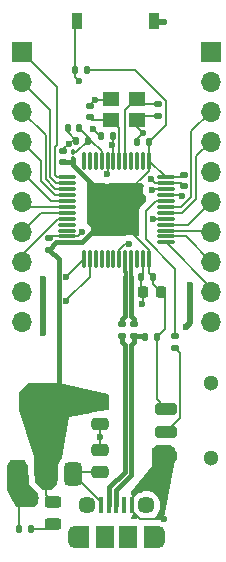
<source format=gbr>
%TF.GenerationSoftware,KiCad,Pcbnew,9.0.0*%
%TF.CreationDate,2025-07-22T08:22:17-07:00*%
%TF.ProjectId,STM 32 devboard,53544d20-3332-4206-9465-76626f617264,rev?*%
%TF.SameCoordinates,Original*%
%TF.FileFunction,Copper,L1,Top*%
%TF.FilePolarity,Positive*%
%FSLAX46Y46*%
G04 Gerber Fmt 4.6, Leading zero omitted, Abs format (unit mm)*
G04 Created by KiCad (PCBNEW 9.0.0) date 2025-07-22 08:22:17*
%MOMM*%
%LPD*%
G01*
G04 APERTURE LIST*
G04 Aperture macros list*
%AMRoundRect*
0 Rectangle with rounded corners*
0 $1 Rounding radius*
0 $2 $3 $4 $5 $6 $7 $8 $9 X,Y pos of 4 corners*
0 Add a 4 corners polygon primitive as box body*
4,1,4,$2,$3,$4,$5,$6,$7,$8,$9,$2,$3,0*
0 Add four circle primitives for the rounded corners*
1,1,$1+$1,$2,$3*
1,1,$1+$1,$4,$5*
1,1,$1+$1,$6,$7*
1,1,$1+$1,$8,$9*
0 Add four rect primitives between the rounded corners*
20,1,$1+$1,$2,$3,$4,$5,0*
20,1,$1+$1,$4,$5,$6,$7,0*
20,1,$1+$1,$6,$7,$8,$9,0*
20,1,$1+$1,$8,$9,$2,$3,0*%
G04 Aperture macros list end*
%TA.AperFunction,SMDPad,CuDef*%
%ADD10R,1.400000X1.200000*%
%TD*%
%TA.AperFunction,SMDPad,CuDef*%
%ADD11RoundRect,0.140000X-0.170000X0.140000X-0.170000X-0.140000X0.170000X-0.140000X0.170000X0.140000X0*%
%TD*%
%TA.AperFunction,SMDPad,CuDef*%
%ADD12RoundRect,0.140000X0.140000X0.170000X-0.140000X0.170000X-0.140000X-0.170000X0.140000X-0.170000X0*%
%TD*%
%TA.AperFunction,SMDPad,CuDef*%
%ADD13RoundRect,0.140000X0.170000X-0.140000X0.170000X0.140000X-0.170000X0.140000X-0.170000X-0.140000X0*%
%TD*%
%TA.AperFunction,SMDPad,CuDef*%
%ADD14RoundRect,0.250000X-0.475000X0.250000X-0.475000X-0.250000X0.475000X-0.250000X0.475000X0.250000X0*%
%TD*%
%TA.AperFunction,SMDPad,CuDef*%
%ADD15RoundRect,0.225000X0.225000X0.250000X-0.225000X0.250000X-0.225000X-0.250000X0.225000X-0.250000X0*%
%TD*%
%TA.AperFunction,ComponentPad*%
%ADD16R,1.700000X1.700000*%
%TD*%
%TA.AperFunction,ComponentPad*%
%ADD17O,1.700000X1.700000*%
%TD*%
%TA.AperFunction,SMDPad,CuDef*%
%ADD18RoundRect,0.075000X-0.075000X0.665000X-0.075000X-0.665000X0.075000X-0.665000X0.075000X0.665000X0*%
%TD*%
%TA.AperFunction,SMDPad,CuDef*%
%ADD19RoundRect,0.075000X-0.665000X0.075000X-0.665000X-0.075000X0.665000X-0.075000X0.665000X0.075000X0*%
%TD*%
%TA.AperFunction,SMDPad,CuDef*%
%ADD20RoundRect,0.150000X0.750000X0.350000X-0.750000X0.350000X-0.750000X-0.350000X0.750000X-0.350000X0*%
%TD*%
%TA.AperFunction,ComponentPad*%
%ADD21C,1.300000*%
%TD*%
%TA.AperFunction,SMDPad,CuDef*%
%ADD22RoundRect,0.243750X0.456250X-0.243750X0.456250X0.243750X-0.456250X0.243750X-0.456250X-0.243750X0*%
%TD*%
%TA.AperFunction,SMDPad,CuDef*%
%ADD23RoundRect,0.250000X0.475000X-0.250000X0.475000X0.250000X-0.475000X0.250000X-0.475000X-0.250000X0*%
%TD*%
%TA.AperFunction,SMDPad,CuDef*%
%ADD24RoundRect,0.135000X-0.185000X0.135000X-0.185000X-0.135000X0.185000X-0.135000X0.185000X0.135000X0*%
%TD*%
%TA.AperFunction,SMDPad,CuDef*%
%ADD25RoundRect,0.135000X0.185000X-0.135000X0.185000X0.135000X-0.185000X0.135000X-0.185000X-0.135000X0*%
%TD*%
%TA.AperFunction,SMDPad,CuDef*%
%ADD26RoundRect,0.135000X0.135000X0.185000X-0.135000X0.185000X-0.135000X-0.185000X0.135000X-0.185000X0*%
%TD*%
%TA.AperFunction,SMDPad,CuDef*%
%ADD27RoundRect,0.100000X-0.100000X0.130000X-0.100000X-0.130000X0.100000X-0.130000X0.100000X0.130000X0*%
%TD*%
%TA.AperFunction,SMDPad,CuDef*%
%ADD28RoundRect,0.135000X-0.135000X-0.185000X0.135000X-0.185000X0.135000X0.185000X-0.135000X0.185000X0*%
%TD*%
%TA.AperFunction,SMDPad,CuDef*%
%ADD29R,0.900000X1.400000*%
%TD*%
%TA.AperFunction,SMDPad,CuDef*%
%ADD30R,0.400000X1.350000*%
%TD*%
%TA.AperFunction,HeatsinkPad*%
%ADD31O,1.200000X1.900000*%
%TD*%
%TA.AperFunction,SMDPad,CuDef*%
%ADD32R,1.200000X1.900000*%
%TD*%
%TA.AperFunction,HeatsinkPad*%
%ADD33C,1.450000*%
%TD*%
%TA.AperFunction,SMDPad,CuDef*%
%ADD34R,1.500000X1.900000*%
%TD*%
%TA.AperFunction,SMDPad,CuDef*%
%ADD35RoundRect,0.375000X0.375000X-0.625000X0.375000X0.625000X-0.375000X0.625000X-0.375000X-0.625000X0*%
%TD*%
%TA.AperFunction,SMDPad,CuDef*%
%ADD36RoundRect,0.500000X1.400000X-0.500000X1.400000X0.500000X-1.400000X0.500000X-1.400000X-0.500000X0*%
%TD*%
%TA.AperFunction,ViaPad*%
%ADD37C,0.600000*%
%TD*%
%TA.AperFunction,Conductor*%
%ADD38C,0.400000*%
%TD*%
%TA.AperFunction,Conductor*%
%ADD39C,0.200000*%
%TD*%
%TA.AperFunction,Conductor*%
%ADD40C,0.500000*%
%TD*%
%TA.AperFunction,Conductor*%
%ADD41C,0.300000*%
%TD*%
G04 APERTURE END LIST*
D10*
%TO.P,Y1,1,1*%
%TO.N,/HSE IN*%
X23750000Y-23456912D03*
%TO.P,Y1,2,2*%
%TO.N,GND*%
X21550000Y-23456912D03*
%TO.P,Y1,3,3*%
%TO.N,/HSE OUT*%
X21550000Y-25156912D03*
%TO.P,Y1,4,4*%
%TO.N,GND*%
X23750000Y-25156912D03*
%TD*%
D11*
%TO.P,C8,1*%
%TO.N,+3.3V*%
X27700000Y-29820000D03*
%TO.P,C8,2*%
%TO.N,GND*%
X27700000Y-30780000D03*
%TD*%
D12*
%TO.P,C12,1*%
%TO.N,+3.3VA*%
X18834142Y-25905871D03*
%TO.P,C12,2*%
%TO.N,GND*%
X17874142Y-25905871D03*
%TD*%
D13*
%TO.P,C9,1*%
%TO.N,+3.3V*%
X16300000Y-36180000D03*
%TO.P,C9,2*%
%TO.N,GND*%
X16300000Y-35220000D03*
%TD*%
D14*
%TO.P,C4,1*%
%TO.N,+3.3V*%
X20600000Y-49050000D03*
%TO.P,C4,2*%
%TO.N,GND*%
X20600000Y-50950000D03*
%TD*%
D12*
%TO.P,C7,1*%
%TO.N,/NRST*%
X21680000Y-26550000D03*
%TO.P,C7,2*%
%TO.N,GND*%
X20720000Y-26550000D03*
%TD*%
D15*
%TO.P,C5,1*%
%TO.N,+3.3V*%
X25775000Y-39762471D03*
%TO.P,C5,2*%
%TO.N,GND*%
X24225000Y-39762471D03*
%TD*%
D16*
%TO.P,J2,1,Pin_1*%
%TO.N,PA3*%
X14000000Y-19420000D03*
D17*
%TO.P,J2,2,Pin_2*%
%TO.N,PA4*%
X14000000Y-21960000D03*
%TO.P,J2,3,Pin_3*%
%TO.N,PA5*%
X14000000Y-24500000D03*
%TO.P,J2,4,Pin_4*%
%TO.N,PA6*%
X14000000Y-27040000D03*
%TO.P,J2,5,Pin_5*%
%TO.N,PA7*%
X14000000Y-29580000D03*
%TO.P,J2,6,Pin_6*%
%TO.N,PB0*%
X14000000Y-32120000D03*
%TO.P,J2,7,Pin_7*%
%TO.N,PB1*%
X14000000Y-34660000D03*
%TO.P,J2,8,Pin_8*%
%TO.N,PB2*%
X14000000Y-37200000D03*
%TO.P,J2,9,Pin_9*%
%TO.N,PB12*%
X14000000Y-39740000D03*
%TO.P,J2,10,Pin_10*%
%TO.N,PB13*%
X14000000Y-42280000D03*
%TD*%
D18*
%TO.P,U2,1,VBAT*%
%TO.N,+3.3V*%
X24750000Y-28646912D03*
%TO.P,U2,2,PC13*%
%TO.N,/PC13*%
X24250000Y-28646912D03*
%TO.P,U2,3,PC14*%
%TO.N,unconnected-(U2-PC14-Pad3)*%
X23750000Y-28646912D03*
%TO.P,U2,4,PC15*%
%TO.N,unconnected-(U2-PC15-Pad4)*%
X23250000Y-28646912D03*
%TO.P,U2,5,PD0*%
%TO.N,/HSE IN*%
X22750000Y-28646912D03*
%TO.P,U2,6,PD1*%
%TO.N,/HSE OUT*%
X22250000Y-28646912D03*
%TO.P,U2,7,NRST*%
%TO.N,/NRST*%
X21750000Y-28646912D03*
%TO.P,U2,8,VSSA*%
%TO.N,GND*%
X21250000Y-28646912D03*
%TO.P,U2,9,VDDA*%
%TO.N,+3.3VA*%
X20750000Y-28646912D03*
%TO.P,U2,10,PA0*%
%TO.N,unconnected-(U2-PA0-Pad10)*%
X20250000Y-28646912D03*
%TO.P,U2,11,PA1*%
%TO.N,unconnected-(U2-PA1-Pad11)*%
X19750000Y-28646912D03*
%TO.P,U2,12,PA2*%
%TO.N,unconnected-(U2-PA2-Pad12)*%
X19250000Y-28646912D03*
D19*
%TO.P,U2,13,PA3*%
%TO.N,PA3*%
X17840000Y-30056912D03*
%TO.P,U2,14,PA4*%
%TO.N,PA4*%
X17840000Y-30556912D03*
%TO.P,U2,15,PA5*%
%TO.N,PA5*%
X17840000Y-31056912D03*
%TO.P,U2,16,PA6*%
%TO.N,PA6*%
X17840000Y-31556912D03*
%TO.P,U2,17,PA7*%
%TO.N,PA7*%
X17840000Y-32056912D03*
%TO.P,U2,18,PB0*%
%TO.N,PB0*%
X17840000Y-32556912D03*
%TO.P,U2,19,PB1*%
%TO.N,PB1*%
X17840000Y-33056912D03*
%TO.P,U2,20,PB2*%
%TO.N,PB2*%
X17840000Y-33556912D03*
%TO.P,U2,21,PB10*%
%TO.N,unconnected-(U2-PB10-Pad21)*%
X17840000Y-34056912D03*
%TO.P,U2,22,PB11*%
%TO.N,unconnected-(U2-PB11-Pad22)*%
X17840000Y-34556912D03*
%TO.P,U2,23,VSS*%
%TO.N,GND*%
X17840000Y-35056912D03*
%TO.P,U2,24,VDD*%
%TO.N,+3.3V*%
X17840000Y-35556912D03*
D18*
%TO.P,U2,25,PB12*%
%TO.N,PB12*%
X19250000Y-36966912D03*
%TO.P,U2,26,PB13*%
%TO.N,PB13*%
X19750000Y-36966912D03*
%TO.P,U2,27,PB14*%
%TO.N,unconnected-(U2-PB14-Pad27)*%
X20250000Y-36966912D03*
%TO.P,U2,28,PB15*%
%TO.N,unconnected-(U2-PB15-Pad28)*%
X20750000Y-36966912D03*
%TO.P,U2,29,PA8*%
%TO.N,unconnected-(U2-PA8-Pad29)*%
X21250000Y-36966912D03*
%TO.P,U2,30,PA9*%
%TO.N,unconnected-(U2-PA9-Pad30)*%
X21750000Y-36966912D03*
%TO.P,U2,31,PA10*%
%TO.N,PA10*%
X22250000Y-36966912D03*
%TO.P,U2,32,PA11*%
%TO.N,/STM_USB_D-*%
X22750000Y-36966912D03*
%TO.P,U2,33,PA12*%
%TO.N,/STM_USB_D+*%
X23250000Y-36966912D03*
%TO.P,U2,34,PA13*%
%TO.N,unconnected-(U2-PA13-Pad34)*%
X23750000Y-36966912D03*
%TO.P,U2,35,VSS*%
%TO.N,GND*%
X24250000Y-36966912D03*
%TO.P,U2,36,VDD*%
%TO.N,+3.3V*%
X24750000Y-36966912D03*
D19*
%TO.P,U2,37,PA14*%
%TO.N,PA14*%
X26160000Y-35556912D03*
%TO.P,U2,38,PA15*%
%TO.N,PA15*%
X26160000Y-35056912D03*
%TO.P,U2,39,PB3*%
%TO.N,PB3*%
X26160000Y-34556912D03*
%TO.P,U2,40,PB4*%
%TO.N,PB4*%
X26160000Y-34056912D03*
%TO.P,U2,41,PB5*%
%TO.N,PB5*%
X26160000Y-33556912D03*
%TO.P,U2,42,PB6*%
%TO.N,PB6*%
X26160000Y-33056912D03*
%TO.P,U2,43,PB7*%
%TO.N,PB7*%
X26160000Y-32556912D03*
%TO.P,U2,44,BOOT0*%
%TO.N,Net-(U2-BOOT0)*%
X26160000Y-32056912D03*
%TO.P,U2,45,PB8*%
%TO.N,PB8*%
X26160000Y-31556912D03*
%TO.P,U2,46,PB9*%
%TO.N,PB9*%
X26160000Y-31056912D03*
%TO.P,U2,47,VSS*%
%TO.N,GND*%
X26160000Y-30556912D03*
%TO.P,U2,48,VDD*%
%TO.N,+3.3V*%
X26160000Y-30056912D03*
%TD*%
D16*
%TO.P,J1,1,Pin_1*%
%TO.N,PB9*%
X30000000Y-19400000D03*
D17*
%TO.P,J1,2,Pin_2*%
%TO.N,PB8*%
X30000000Y-21940000D03*
%TO.P,J1,3,Pin_3*%
%TO.N,PB7*%
X30000000Y-24480000D03*
%TO.P,J1,4,Pin_4*%
%TO.N,PB6*%
X30000000Y-27020000D03*
%TO.P,J1,5,Pin_5*%
%TO.N,PB5*%
X30000000Y-29560000D03*
%TO.P,J1,6,Pin_6*%
%TO.N,PB4*%
X30000000Y-32100000D03*
%TO.P,J1,7,Pin_7*%
%TO.N,PB3*%
X30000000Y-34640000D03*
%TO.P,J1,8,Pin_8*%
%TO.N,PA15*%
X30000000Y-37180000D03*
%TO.P,J1,9,Pin_9*%
%TO.N,PA14*%
X30000000Y-39720000D03*
%TO.P,J1,10,Pin_10*%
%TO.N,PA10*%
X30000000Y-42260000D03*
%TD*%
D20*
%TO.P,SW1,1,A*%
%TO.N,GND*%
X26200000Y-53650000D03*
%TO.P,SW1,2,B*%
%TO.N,/SW_BOOT0*%
X26200000Y-51650000D03*
%TO.P,SW1,3,C*%
%TO.N,+3.3V*%
X26200000Y-49650000D03*
D21*
%TO.P,SW1,4*%
%TO.N,N/C*%
X30000000Y-53800000D03*
X30000000Y-47500000D03*
%TD*%
D22*
%TO.P,D1,1,K*%
%TO.N,/PWRLED_K*%
X16600000Y-59437500D03*
%TO.P,D1,2,A*%
%TO.N,+3.3V*%
X16600000Y-57562500D03*
%TD*%
D23*
%TO.P,C1,1*%
%TO.N,VBUS*%
X20608899Y-55021859D03*
%TO.P,C1,2*%
%TO.N,GND*%
X20608899Y-53121859D03*
%TD*%
D11*
%TO.P,C2,1*%
%TO.N,/HSE IN*%
X25550000Y-23876912D03*
%TO.P,C2,2*%
%TO.N,GND*%
X25550000Y-24836912D03*
%TD*%
D13*
%TO.P,C13,1*%
%TO.N,+3.3V*%
X17500000Y-28786912D03*
%TO.P,C13,2*%
%TO.N,GND*%
X17500000Y-27826912D03*
%TD*%
D24*
%TO.P,R5,1*%
%TO.N,/STM_USB_D-*%
X22500000Y-42490000D03*
%TO.P,R5,2*%
%TO.N,/USB_D-*%
X22500000Y-43510000D03*
%TD*%
D25*
%TO.P,R2,1*%
%TO.N,/SW_BOOT0*%
X27000000Y-44510000D03*
%TO.P,R2,2*%
%TO.N,Net-(U2-BOOT0)*%
X27000000Y-43490000D03*
%TD*%
D12*
%TO.P,C11,1*%
%TO.N,+3.3VA*%
X19576893Y-26944440D03*
%TO.P,C11,2*%
%TO.N,GND*%
X18616893Y-26944440D03*
%TD*%
D26*
%TO.P,R4,1*%
%TO.N,+3.3V*%
X19510000Y-21000000D03*
%TO.P,R4,2*%
%TO.N,/NRST*%
X18490000Y-21000000D03*
%TD*%
D27*
%TO.P,FB1,1*%
%TO.N,+3.3VA*%
X18312516Y-27902880D03*
%TO.P,FB1,2*%
%TO.N,+3.3V*%
X18312516Y-28542880D03*
%TD*%
D24*
%TO.P,R6,1*%
%TO.N,/STM_USB_D+*%
X23500000Y-42490000D03*
%TO.P,R6,2*%
%TO.N,/USB_D+*%
X23500000Y-43510000D03*
%TD*%
D26*
%TO.P,R3,1*%
%TO.N,+3.3V*%
X25400000Y-43600000D03*
%TO.P,R3,2*%
%TO.N,/USB_D+*%
X24380000Y-43600000D03*
%TD*%
D13*
%TO.P,C3,1*%
%TO.N,/HSE OUT*%
X19750000Y-24986912D03*
%TO.P,C3,2*%
%TO.N,GND*%
X19750000Y-24026912D03*
%TD*%
D12*
%TO.P,C10,1*%
%TO.N,+3.3V*%
X25080000Y-38500000D03*
%TO.P,C10,2*%
%TO.N,GND*%
X24120000Y-38500000D03*
%TD*%
D28*
%TO.P,R1,1*%
%TO.N,GND*%
X13786317Y-59852750D03*
%TO.P,R1,2*%
%TO.N,/PWRLED_K*%
X14806317Y-59852750D03*
%TD*%
D29*
%TO.P,S1,1,A*%
%TO.N,/NRST*%
X18650000Y-16850000D03*
%TO.P,S1,2,B*%
%TO.N,GND*%
X25150000Y-16850000D03*
%TD*%
D12*
%TO.P,C6,1*%
%TO.N,+3.3V*%
X24719597Y-27033813D03*
%TO.P,C6,2*%
%TO.N,GND*%
X23759597Y-27033813D03*
%TD*%
D30*
%TO.P,J3,1,VBUS*%
%TO.N,VBUS*%
X20700000Y-57837500D03*
%TO.P,J3,2,D-*%
%TO.N,/USB_D-*%
X21350000Y-57837500D03*
%TO.P,J3,3,D+*%
%TO.N,/USB_D+*%
X22000000Y-57837500D03*
%TO.P,J3,4,ID*%
%TO.N,unconnected-(J3-ID-Pad4)*%
X22650000Y-57837500D03*
%TO.P,J3,5,GND*%
%TO.N,GND*%
X23300000Y-57837500D03*
D31*
%TO.P,J3,6,Shield*%
%TO.N,unconnected-(J3-Shield-Pad6)_4*%
X18500000Y-60537500D03*
D32*
%TO.N,unconnected-(J3-Shield-Pad6)_6*%
X19100000Y-60537500D03*
D33*
%TO.N,unconnected-(J3-Shield-Pad6)_5*%
X19500000Y-57837500D03*
D34*
%TO.N,unconnected-(J3-Shield-Pad6)_3*%
X21000000Y-60537500D03*
%TO.N,unconnected-(J3-Shield-Pad6)_1*%
X23000000Y-60537500D03*
D33*
%TO.N,unconnected-(J3-Shield-Pad6)_2*%
X24500000Y-57837500D03*
D32*
%TO.N,unconnected-(J3-Shield-Pad6)*%
X24900000Y-60537500D03*
D31*
%TO.N,unconnected-(J3-Shield-Pad6)_7*%
X25500000Y-60537500D03*
%TD*%
D35*
%TO.P,U1,1,GND*%
%TO.N,GND*%
X13700000Y-55150000D03*
%TO.P,U1,2,VO*%
%TO.N,+3.3V*%
X16000000Y-55150000D03*
D36*
X16000000Y-48850000D03*
D35*
%TO.P,U1,3,VI*%
%TO.N,VBUS*%
X18300000Y-55150000D03*
%TD*%
D37*
%TO.N,/NRST*%
X21650000Y-27350000D03*
X18800000Y-21900000D03*
%TO.N,GND*%
X24200000Y-40800000D03*
X26000000Y-59000000D03*
X15800000Y-43200000D03*
X21200000Y-29800000D03*
X26000000Y-56750000D03*
X14500000Y-57500000D03*
X13750000Y-57500000D03*
X28200000Y-39200000D03*
X17950000Y-27206912D03*
X13250000Y-56750000D03*
X14000000Y-56750000D03*
X24000000Y-56500000D03*
X24500000Y-56000000D03*
X15800000Y-38700000D03*
X24250000Y-26306912D03*
X24915124Y-30190780D03*
X27900000Y-42700000D03*
X26050000Y-16900000D03*
X20200000Y-23506912D03*
X19100000Y-34700000D03*
X20600000Y-52050000D03*
X20000000Y-25950000D03*
X14750000Y-56750000D03*
%TO.N,PB13*%
X17735936Y-40500000D03*
%TO.N,PB12*%
X17735936Y-38500000D03*
%TO.N,PB9*%
X25053357Y-31111945D03*
%TO.N,PA10*%
X23100000Y-35700000D03*
%TO.N,PB5*%
X25105648Y-33556912D03*
%TO.N,PB8*%
X27554653Y-31654653D03*
%TD*%
D38*
%TO.N,+3.3V*%
X17840000Y-35556912D02*
X19093031Y-35556912D01*
D39*
X24750000Y-36193088D02*
X23056912Y-34500000D01*
X24750000Y-29505961D02*
X22755961Y-31500000D01*
X26161000Y-25592410D02*
X26161000Y-23550362D01*
X26145000Y-39762471D02*
X26145000Y-42855000D01*
X24750000Y-28646912D02*
X26160000Y-30056912D01*
D38*
X17500000Y-28786912D02*
X18068484Y-28786912D01*
X17840000Y-35556912D02*
X16923088Y-35556912D01*
D39*
X16300000Y-36180000D02*
X16325745Y-36180000D01*
X27463088Y-30056912D02*
X27700000Y-29820000D01*
X25700000Y-49800000D02*
X26000000Y-49500000D01*
X26145000Y-42855000D02*
X25400000Y-43600000D01*
X25860000Y-49360000D02*
X26000000Y-49500000D01*
X17135936Y-47714064D02*
X16000000Y-48850000D01*
X25400000Y-48850000D02*
X26200000Y-49650000D01*
X16000000Y-55150000D02*
X16000000Y-56962500D01*
X25080000Y-39067471D02*
X25775000Y-39762471D01*
X26160000Y-30056912D02*
X25500000Y-30056912D01*
X22755961Y-31500000D02*
X22500000Y-31500000D01*
X26161000Y-23550362D02*
X23610638Y-21000000D01*
X26000000Y-40087471D02*
X25675000Y-39762471D01*
X16000000Y-56962500D02*
X16600000Y-57562500D01*
X24750000Y-38170000D02*
X25080000Y-38500000D01*
D38*
X16325745Y-36180000D02*
X17135936Y-36990191D01*
D39*
X26160000Y-30056912D02*
X27463088Y-30056912D01*
X24719597Y-27033813D02*
X24719597Y-28616509D01*
X24750000Y-36966912D02*
X24750000Y-38170000D01*
D38*
X17135936Y-36990191D02*
X17135936Y-47714064D01*
D39*
X24750000Y-28646912D02*
X24750000Y-29420736D01*
X24719597Y-27033813D02*
X26161000Y-25592410D01*
X23056912Y-34500000D02*
X23000000Y-34500000D01*
X25080000Y-38500000D02*
X25080000Y-39067471D01*
X25400000Y-43600000D02*
X25400000Y-48850000D01*
X24750000Y-36966912D02*
X24750000Y-36193088D01*
X23610638Y-21000000D02*
X19510000Y-21000000D01*
D38*
X16923088Y-35556912D02*
X16300000Y-36180000D01*
X19093031Y-35556912D02*
X20356912Y-34293031D01*
X18312516Y-28542880D02*
X18312516Y-29019428D01*
X18312516Y-29019428D02*
X20356912Y-31063824D01*
D39*
X24750000Y-28646912D02*
X24750000Y-29505961D01*
X24719597Y-28616509D02*
X24750000Y-28646912D01*
%TO.N,+3.3VA*%
X20750000Y-27837548D02*
X20750000Y-28646912D01*
X19576893Y-26648622D02*
X18834142Y-25905871D01*
X19576893Y-26944440D02*
X19576893Y-26648622D01*
X19576893Y-26944440D02*
X19856892Y-26944440D01*
X18618453Y-27902880D02*
X19576893Y-26944440D01*
X19856892Y-26944440D02*
X20750000Y-27837548D01*
X18312516Y-27902880D02*
X18618453Y-27902880D01*
%TO.N,/NRST*%
X18490000Y-21590000D02*
X18800000Y-21900000D01*
X21650000Y-27350000D02*
X21750000Y-27450000D01*
X18500000Y-21000000D02*
X18500000Y-17000000D01*
X18490000Y-21000000D02*
X18490000Y-21590000D01*
X21650000Y-27350000D02*
X21650000Y-27250000D01*
X21680000Y-27220000D02*
X21680000Y-26550000D01*
X21750000Y-27450000D02*
X21750000Y-28646912D01*
X18500000Y-17000000D02*
X18650000Y-16850000D01*
X21650000Y-27250000D02*
X21680000Y-27220000D01*
%TO.N,/HSE IN*%
X24170000Y-23876912D02*
X23750000Y-23456912D01*
X23750000Y-23456912D02*
X23650000Y-23456912D01*
X25550000Y-23876912D02*
X24170000Y-23876912D01*
X23650000Y-23456912D02*
X22750000Y-24356912D01*
X22750000Y-24356912D02*
X22750000Y-28646912D01*
%TO.N,/HSE OUT*%
X21550000Y-25156912D02*
X19920000Y-25156912D01*
X21550000Y-25156912D02*
X22250000Y-25856912D01*
X19920000Y-25156912D02*
X19750000Y-24986912D01*
X22250000Y-25856912D02*
X22250000Y-28646912D01*
%TO.N,VBUS*%
X20700000Y-57550000D02*
X20700000Y-57837500D01*
X20608899Y-55021859D02*
X18428141Y-55021859D01*
X18428141Y-55021859D02*
X18300000Y-55150000D01*
X18300000Y-55150000D02*
X20700000Y-57550000D01*
%TO.N,/PWRLED_K*%
X14806317Y-59852750D02*
X16184750Y-59852750D01*
X16184750Y-59852750D02*
X16600000Y-59437500D01*
D38*
%TO.N,/USB_D+*%
X21950000Y-56538910D02*
X23275000Y-55213910D01*
X23275000Y-44215001D02*
X23500000Y-43990001D01*
X21950000Y-56774999D02*
X21950000Y-56538910D01*
X23275000Y-55213910D02*
X23275000Y-44215001D01*
X22000000Y-56824999D02*
X21950000Y-56774999D01*
X23500000Y-43990001D02*
X23500000Y-43510000D01*
X24290000Y-43510000D02*
X24380000Y-43600000D01*
X22000000Y-57837500D02*
X22000000Y-56824999D01*
D39*
X22000000Y-57823897D02*
X22000000Y-57837500D01*
D38*
X23500000Y-43510000D02*
X24290000Y-43510000D01*
%TO.N,/USB_D-*%
X21350000Y-57837500D02*
X21350000Y-56824999D01*
X22725000Y-44215001D02*
X22500000Y-43990001D01*
X22500000Y-43990001D02*
X22500000Y-43510000D01*
X21400000Y-56311090D02*
X22725000Y-54986090D01*
X21350000Y-56824999D02*
X21400000Y-56774999D01*
X22725000Y-54986090D02*
X22725000Y-44215001D01*
X21400000Y-56774999D02*
X21400000Y-56311090D01*
D39*
%TO.N,/SW_BOOT0*%
X27000000Y-44510000D02*
X27401000Y-44911000D01*
X27401000Y-50449000D02*
X26200000Y-51650000D01*
X27401000Y-44911000D02*
X27401000Y-50449000D01*
D40*
%TO.N,GND*%
X26050000Y-16900000D02*
X25200000Y-16900000D01*
X15800000Y-38700000D02*
X15800000Y-43200000D01*
D39*
X25550000Y-24836912D02*
X24070000Y-24836912D01*
X23300000Y-58312500D02*
X23987500Y-59000000D01*
X20600000Y-26550000D02*
X20000000Y-25950000D01*
X24070000Y-24836912D02*
X23750000Y-25156912D01*
X23759597Y-26797315D02*
X23759597Y-27033813D01*
X25500000Y-59000000D02*
X26000000Y-59000000D01*
X20200000Y-23506912D02*
X21500000Y-23506912D01*
X24225000Y-39762471D02*
X24225000Y-40775000D01*
X20837040Y-53350000D02*
X20608899Y-53121859D01*
X18212472Y-26944440D02*
X17950000Y-27206912D01*
X21500000Y-23506912D02*
X21550000Y-23456912D01*
X18616893Y-26944440D02*
X18212472Y-26944440D01*
X23300000Y-57200000D02*
X24000000Y-56500000D01*
X25281256Y-30556912D02*
X26160000Y-30556912D01*
X25150000Y-16850000D02*
X25150000Y-17150000D01*
X17500000Y-27656912D02*
X17950000Y-27206912D01*
X24250000Y-26306912D02*
X23759597Y-26797315D01*
X24225000Y-40775000D02*
X24200000Y-40800000D01*
X23750000Y-25806912D02*
X24250000Y-26306912D01*
X23300000Y-57837500D02*
X23300000Y-58312500D01*
X19750000Y-24026912D02*
X19750000Y-23956912D01*
X16300000Y-35220000D02*
X16463088Y-35056912D01*
X24250000Y-38370000D02*
X24120000Y-38500000D01*
X27700000Y-30780000D02*
X27476912Y-30556912D01*
X20600000Y-53112960D02*
X20608899Y-53121859D01*
X21200632Y-28597544D02*
X21250000Y-28646912D01*
X24915124Y-30190780D02*
X25281256Y-30556912D01*
X19100000Y-34700000D02*
X18743088Y-35056912D01*
X21250000Y-29750000D02*
X21200000Y-29800000D01*
X20720000Y-26550000D02*
X20600000Y-26550000D01*
X23987500Y-59000000D02*
X25500000Y-59000000D01*
X24250000Y-36966912D02*
X24250000Y-38370000D01*
D40*
X28200000Y-42400000D02*
X27900000Y-42700000D01*
X28200000Y-39200000D02*
X28200000Y-42400000D01*
D39*
X17874142Y-25905871D02*
X17874142Y-26201689D01*
X13786317Y-57536317D02*
X13750000Y-57500000D01*
X24120000Y-38500000D02*
X24120000Y-39657471D01*
X13786317Y-59852750D02*
X13786317Y-57536317D01*
X21250000Y-28646912D02*
X21250000Y-29750000D01*
X16463088Y-35056912D02*
X17840000Y-35056912D01*
X18743088Y-35056912D02*
X17840000Y-35056912D01*
X19750000Y-23956912D02*
X20200000Y-23506912D01*
X25200000Y-16900000D02*
X25150000Y-16850000D01*
X20600000Y-50950000D02*
X20600000Y-52050000D01*
X17500000Y-27826912D02*
X17500000Y-27656912D01*
X20600000Y-52050000D02*
X20600000Y-53112960D01*
X27476912Y-30556912D02*
X26160000Y-30556912D01*
X24120000Y-39657471D02*
X24225000Y-39762471D01*
X17874142Y-26201689D02*
X18616893Y-26944440D01*
X23750000Y-25156912D02*
X23750000Y-25806912D01*
%TO.N,Net-(U2-BOOT0)*%
X27000000Y-43490000D02*
X27000000Y-37800000D01*
X27000000Y-37800000D02*
X24504648Y-35304648D01*
X25386176Y-32056912D02*
X26160000Y-32056912D01*
X24504648Y-35304648D02*
X24504648Y-32938440D01*
X24504648Y-32938440D02*
X25386176Y-32056912D01*
%TO.N,PA3*%
X16799000Y-27501000D02*
X16799000Y-29887736D01*
X14000000Y-19420000D02*
X17000000Y-22420000D01*
X17000000Y-27300000D02*
X16799000Y-27501000D01*
X16799000Y-29887736D02*
X16968176Y-30056912D01*
X16968176Y-30056912D02*
X17840000Y-30056912D01*
X17000000Y-22420000D02*
X17000000Y-27300000D01*
%TO.N,PA4*%
X16398000Y-30053836D02*
X16901076Y-30556912D01*
X16398000Y-24358000D02*
X16398000Y-30053836D01*
X16901076Y-30556912D02*
X17840000Y-30556912D01*
X14000000Y-21960000D02*
X16398000Y-24358000D01*
%TO.N,PA5*%
X16833976Y-31056912D02*
X17840000Y-31056912D01*
X15997000Y-26497000D02*
X15997000Y-30219936D01*
X15997000Y-30219936D02*
X16833976Y-31056912D01*
X14000000Y-24500000D02*
X15997000Y-26497000D01*
%TO.N,PA7*%
X16476912Y-32056912D02*
X17840000Y-32056912D01*
X14000000Y-29580000D02*
X16476912Y-32056912D01*
%TO.N,PA6*%
X14000000Y-27040000D02*
X15596000Y-28636000D01*
X15596000Y-28636000D02*
X15596000Y-30386036D01*
X15596000Y-30386036D02*
X16766876Y-31556912D01*
X16766876Y-31556912D02*
X17840000Y-31556912D01*
%TO.N,PB0*%
X17840000Y-32556912D02*
X14436912Y-32556912D01*
X14436912Y-32556912D02*
X14000000Y-32120000D01*
%TO.N,PB2*%
X17840000Y-33556912D02*
X17066176Y-33556912D01*
X17066176Y-33556912D02*
X14000000Y-36623088D01*
X14000000Y-36623088D02*
X14000000Y-37200000D01*
%TO.N,PB1*%
X14000000Y-34660000D02*
X14000000Y-34623088D01*
X14000000Y-34660000D02*
X15603088Y-33056912D01*
X15603088Y-33056912D02*
X17840000Y-33056912D01*
%TO.N,PB13*%
X17735936Y-40500000D02*
X17735936Y-40464064D01*
X19750000Y-38450000D02*
X19750000Y-36966912D01*
X17735936Y-40464064D02*
X19750000Y-38450000D01*
%TO.N,PB12*%
X19250000Y-36966912D02*
X17735936Y-38480976D01*
X17735936Y-38480976D02*
X17735936Y-38500000D01*
%TO.N,PB9*%
X26160000Y-31056912D02*
X25108390Y-31056912D01*
X29500000Y-19000000D02*
X30000000Y-19000000D01*
X25108390Y-31056912D02*
X25053357Y-31111945D01*
X30000000Y-19000000D02*
X30000000Y-19426811D01*
%TO.N,PB4*%
X26160000Y-34056912D02*
X28043088Y-34056912D01*
X30000000Y-31700000D02*
X30000000Y-31756309D01*
X28043088Y-34056912D02*
X30000000Y-32100000D01*
%TO.N,PA10*%
X23100000Y-35700000D02*
X22743088Y-35700000D01*
X22250000Y-36193088D02*
X22743088Y-35700000D01*
X22250000Y-36966912D02*
X22250000Y-36193088D01*
%TO.N,PB5*%
X30000000Y-29160000D02*
X30000000Y-29797690D01*
X25105648Y-33556912D02*
X26160000Y-33556912D01*
%TO.N,PA15*%
X26160000Y-35056912D02*
X27876912Y-35056912D01*
X27876912Y-35056912D02*
X30000000Y-37180000D01*
%TO.N,PB6*%
X28751000Y-28269000D02*
X28751000Y-31875349D01*
X27569437Y-33056912D02*
X26160000Y-33056912D01*
X28751000Y-31875349D02*
X27569437Y-33056912D01*
X30000000Y-27020000D02*
X28751000Y-28269000D01*
%TO.N,PB3*%
X29683088Y-34556912D02*
X30000000Y-34240000D01*
X26160000Y-34556912D02*
X29916912Y-34556912D01*
X29916912Y-34556912D02*
X30000000Y-34640000D01*
%TO.N,PB8*%
X26160000Y-31556912D02*
X27456912Y-31556912D01*
X27456912Y-31556912D02*
X27554653Y-31654653D01*
%TO.N,PA14*%
X30000000Y-39396912D02*
X30000000Y-39720000D01*
X26160000Y-35556912D02*
X30000000Y-39396912D01*
X29923088Y-39320000D02*
X30000000Y-39320000D01*
%TO.N,PB7*%
X28350000Y-31709249D02*
X28350000Y-26130000D01*
X28350000Y-26130000D02*
X30000000Y-24480000D01*
X27502337Y-32556912D02*
X28350000Y-31709249D01*
X26160000Y-32556912D02*
X27502337Y-32556912D01*
D41*
%TO.N,/STM_USB_D-*%
X22750000Y-38076913D02*
X22775000Y-38101913D01*
X22775000Y-38101913D02*
X22775000Y-38450000D01*
D38*
X22500000Y-42490000D02*
X22500000Y-42009999D01*
D41*
X22775000Y-38450000D02*
X22725000Y-38500000D01*
D38*
X22725000Y-41784999D02*
X22725000Y-38500000D01*
D41*
X22750000Y-36966912D02*
X22750000Y-38076913D01*
D38*
X22500000Y-42009999D02*
X22725000Y-41784999D01*
D41*
%TO.N,/STM_USB_D+*%
X23225000Y-38101913D02*
X23225000Y-38450000D01*
D38*
X23275000Y-41784999D02*
X23275000Y-38500000D01*
X23500000Y-42009999D02*
X23275000Y-41784999D01*
D41*
X23225000Y-38450000D02*
X23275000Y-38500000D01*
D38*
X23500000Y-42490000D02*
X23500000Y-42009999D01*
D41*
X23250000Y-38076913D02*
X23225000Y-38101913D01*
X23250000Y-36966912D02*
X23250000Y-38076913D01*
%TD*%
%TA.AperFunction,Conductor*%
%TO.N,+3.3V*%
G36*
X17146851Y-47502592D02*
G01*
X21251229Y-48355450D01*
X21312860Y-48388361D01*
X21346915Y-48449369D01*
X21350000Y-48476856D01*
X21350000Y-49597460D01*
X21330315Y-49664499D01*
X21277511Y-49710254D01*
X21249284Y-49719254D01*
X20015719Y-49955082D01*
X20015718Y-49955083D01*
X20010405Y-49956098D01*
X19972203Y-49960001D01*
X19947948Y-49968038D01*
X19939946Y-49969568D01*
X19939943Y-49969567D01*
X17949999Y-50349999D01*
X17949999Y-50350000D01*
X17368419Y-53808872D01*
X17337891Y-53871719D01*
X17323825Y-53884957D01*
X17302282Y-53902273D01*
X17302275Y-53902280D01*
X17182969Y-54050704D01*
X17182967Y-54050707D01*
X17098360Y-54221302D01*
X17052400Y-54406107D01*
X17049500Y-54448879D01*
X17049500Y-55695243D01*
X17047784Y-55715804D01*
X17006572Y-55960910D01*
X16976043Y-56023757D01*
X16971969Y-56028030D01*
X16536319Y-56463681D01*
X16474996Y-56497166D01*
X16448638Y-56500000D01*
X15772679Y-56500000D01*
X15705640Y-56480315D01*
X15684340Y-56463019D01*
X15189732Y-55960910D01*
X15104161Y-55874041D01*
X15071140Y-55812468D01*
X15068647Y-55793025D01*
X15024767Y-54886034D01*
X15006172Y-54501674D01*
X15006171Y-54501667D01*
X15001433Y-54470768D01*
X15000000Y-54451973D01*
X15000000Y-53749999D01*
X13755644Y-49768060D01*
X13750000Y-49731074D01*
X13750000Y-48301362D01*
X13769685Y-48234323D01*
X13786319Y-48213681D01*
X14463681Y-47536319D01*
X14525004Y-47502834D01*
X14551362Y-47500000D01*
X17121625Y-47500000D01*
X17146851Y-47502592D01*
G37*
%TD.AperFunction*%
%TD*%
%TA.AperFunction,Conductor*%
%TO.N,GND*%
G36*
X14240403Y-54019685D02*
G01*
X14284273Y-54068546D01*
X14488316Y-54476632D01*
X14501262Y-54526094D01*
X14575354Y-56057540D01*
X14575355Y-56057541D01*
X15363838Y-56857982D01*
X15375326Y-56879401D01*
X15390429Y-56898447D01*
X15393218Y-56912763D01*
X15396860Y-56919554D01*
X15398889Y-56932713D01*
X15399499Y-56938838D01*
X15399499Y-57041557D01*
X15415777Y-57102309D01*
X15416779Y-57112363D01*
X15412101Y-57137170D01*
X15411501Y-57162407D01*
X15411099Y-57163643D01*
X15409913Y-57167222D01*
X15399500Y-57269144D01*
X15399500Y-57549138D01*
X15379815Y-57616177D01*
X15363181Y-57636819D01*
X15036319Y-57963681D01*
X14974996Y-57997166D01*
X14948638Y-58000000D01*
X13576636Y-58000000D01*
X13509597Y-57980315D01*
X13465727Y-57931454D01*
X13318410Y-57636819D01*
X13308089Y-57616177D01*
X13081822Y-57163643D01*
X12966357Y-56932713D01*
X12956382Y-56912763D01*
X12939701Y-56879401D01*
X12763091Y-56526182D01*
X12750000Y-56470728D01*
X12750000Y-54529272D01*
X12763091Y-54473818D01*
X12965727Y-54068546D01*
X13013314Y-54017387D01*
X13076636Y-54000000D01*
X14173364Y-54000000D01*
X14240403Y-54019685D01*
G37*
%TD.AperFunction*%
%TD*%
%TA.AperFunction,Conductor*%
%TO.N,+3.3V*%
G36*
X20820928Y-30509439D02*
G01*
X20966498Y-30569735D01*
X20966503Y-30569737D01*
X21121153Y-30600499D01*
X21121156Y-30600500D01*
X21121158Y-30600500D01*
X21278844Y-30600500D01*
X21278845Y-30600499D01*
X21433497Y-30569737D01*
X21492059Y-30545480D01*
X21579072Y-30509439D01*
X21626524Y-30500000D01*
X24094013Y-30500000D01*
X24101994Y-30502343D01*
X24110212Y-30501063D01*
X24135023Y-30512042D01*
X24161052Y-30519685D01*
X24168151Y-30526701D01*
X24174106Y-30529336D01*
X24187153Y-30545480D01*
X24197531Y-30555736D01*
X24203736Y-30565146D01*
X24205730Y-30569959D01*
X24293335Y-30701069D01*
X24293437Y-30701171D01*
X24296286Y-30705491D01*
X24306419Y-30738555D01*
X24316748Y-30771542D01*
X24316664Y-30771983D01*
X24316759Y-30772293D01*
X24316286Y-30773974D01*
X24307330Y-30821206D01*
X24283619Y-30878451D01*
X24283617Y-30878456D01*
X24252857Y-31033098D01*
X24252857Y-31190791D01*
X24283618Y-31345434D01*
X24283621Y-31345446D01*
X24343959Y-31491117D01*
X24343966Y-31491130D01*
X24431567Y-31622233D01*
X24431570Y-31622237D01*
X24463680Y-31654346D01*
X24497166Y-31715668D01*
X24500000Y-31742028D01*
X24500000Y-32042490D01*
X24480315Y-32109529D01*
X24463681Y-32130171D01*
X24024129Y-32569722D01*
X24024127Y-32569725D01*
X23974009Y-32656534D01*
X23974007Y-32656536D01*
X23945073Y-32706649D01*
X23945072Y-32706650D01*
X23945071Y-32706655D01*
X23904147Y-32859383D01*
X23904147Y-32859385D01*
X23904147Y-33027486D01*
X23904148Y-33027499D01*
X23904148Y-34876000D01*
X23884463Y-34943039D01*
X23831659Y-34988794D01*
X23780148Y-35000000D01*
X23526524Y-35000000D01*
X23479072Y-34990561D01*
X23333501Y-34930264D01*
X23333489Y-34930261D01*
X23178845Y-34899500D01*
X23178842Y-34899500D01*
X23021158Y-34899500D01*
X23021155Y-34899500D01*
X22866510Y-34930261D01*
X22866498Y-34930264D01*
X22720928Y-34990561D01*
X22673476Y-35000000D01*
X20007603Y-35000000D01*
X19940564Y-34980315D01*
X19894809Y-34927511D01*
X19884865Y-34858353D01*
X19885986Y-34851808D01*
X19900500Y-34778844D01*
X19900500Y-34621155D01*
X19900499Y-34621153D01*
X19869738Y-34466510D01*
X19869737Y-34466503D01*
X19869735Y-34466498D01*
X19809397Y-34320827D01*
X19809390Y-34320814D01*
X19721789Y-34189711D01*
X19721786Y-34189707D01*
X19610292Y-34078213D01*
X19610288Y-34078210D01*
X19555109Y-34041340D01*
X19510304Y-33987727D01*
X19500000Y-33938238D01*
X19500000Y-30624000D01*
X19519685Y-30556961D01*
X19572489Y-30511206D01*
X19624000Y-30500000D01*
X20773476Y-30500000D01*
X20820928Y-30509439D01*
G37*
%TD.AperFunction*%
%TD*%
%TA.AperFunction,Conductor*%
%TO.N,GND*%
G36*
X23481952Y-58574153D02*
G01*
X23510080Y-58580272D01*
X23515757Y-58585263D01*
X23520988Y-58586982D01*
X23529160Y-58597045D01*
X23550971Y-58616219D01*
X23565236Y-58635852D01*
X23565243Y-58635861D01*
X23701641Y-58772259D01*
X23706354Y-58775683D01*
X23749019Y-58831014D01*
X23754997Y-58900627D01*
X23722390Y-58962422D01*
X23661551Y-58996778D01*
X23633467Y-59000000D01*
X23357985Y-59000000D01*
X23290946Y-58980315D01*
X23245191Y-58927511D01*
X23235247Y-58858353D01*
X23246892Y-58820916D01*
X23251928Y-58810759D01*
X23293796Y-58754831D01*
X23336712Y-58639766D01*
X23339561Y-58634021D01*
X23359095Y-58612879D01*
X23376343Y-58589839D01*
X23382509Y-58587538D01*
X23386977Y-58582704D01*
X23414840Y-58575479D01*
X23441807Y-58565421D01*
X23448238Y-58566820D01*
X23454610Y-58565168D01*
X23481952Y-58574153D01*
G37*
%TD.AperFunction*%
%TA.AperFunction,Conductor*%
G36*
X26529452Y-52717671D02*
G01*
X26939797Y-52963878D01*
X26987156Y-53015249D01*
X27000000Y-53070207D01*
X27000000Y-53987722D01*
X26997592Y-54012040D01*
X26019936Y-58900318D01*
X25987486Y-58962196D01*
X25926734Y-58996706D01*
X25898344Y-59000000D01*
X25366533Y-59000000D01*
X25299494Y-58980315D01*
X25253739Y-58927511D01*
X25243795Y-58858353D01*
X25272820Y-58794797D01*
X25293646Y-58775683D01*
X25298359Y-58772259D01*
X25434759Y-58635859D01*
X25548141Y-58479802D01*
X25635715Y-58307929D01*
X25695324Y-58124472D01*
X25725500Y-57933949D01*
X25725500Y-57741051D01*
X25695324Y-57550528D01*
X25635715Y-57367071D01*
X25548141Y-57195198D01*
X25434759Y-57039141D01*
X25298359Y-56902741D01*
X25142302Y-56789359D01*
X24970429Y-56701785D01*
X24786972Y-56642176D01*
X24786970Y-56642175D01*
X24786969Y-56642175D01*
X24640614Y-56618995D01*
X24596449Y-56612000D01*
X24403551Y-56612000D01*
X24367697Y-56617678D01*
X24213030Y-56642175D01*
X24029568Y-56701786D01*
X23857697Y-56789359D01*
X23768661Y-56854047D01*
X23701641Y-56902741D01*
X23701639Y-56902743D01*
X23701638Y-56902743D01*
X23565243Y-57039138D01*
X23550970Y-57058783D01*
X23549428Y-57059971D01*
X23548719Y-57061784D01*
X23521899Y-57081198D01*
X23495639Y-57101447D01*
X23493697Y-57101613D01*
X23492122Y-57102754D01*
X23459043Y-57104588D01*
X23426025Y-57107423D01*
X23424304Y-57106515D01*
X23422360Y-57106623D01*
X23393530Y-57090276D01*
X23364231Y-57074816D01*
X23362736Y-57072816D01*
X23361581Y-57072161D01*
X23357947Y-57066406D01*
X23340885Y-57043571D01*
X23337221Y-57036598D01*
X23293796Y-56920169D01*
X23234247Y-56840622D01*
X23229658Y-56831888D01*
X23224643Y-56806921D01*
X23215743Y-56783059D01*
X23217878Y-56773239D01*
X23215900Y-56763386D01*
X23225181Y-56739668D01*
X23230594Y-56714786D01*
X23241089Y-56699016D01*
X23241362Y-56698321D01*
X23241730Y-56698054D01*
X23242590Y-56696762D01*
X25000000Y-54500000D01*
X25000000Y-53070207D01*
X25019685Y-53003168D01*
X25060203Y-52963878D01*
X25470548Y-52717671D01*
X25534345Y-52700000D01*
X26465655Y-52700000D01*
X26529452Y-52717671D01*
G37*
%TD.AperFunction*%
%TD*%
M02*

</source>
